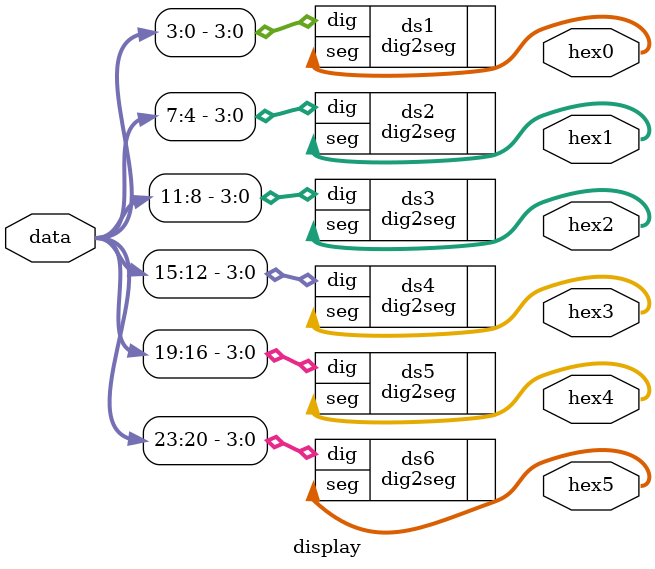
<source format=sv>
module display
(
	input logic [23:0] data,
	output logic [6:0] hex0,
    output logic [6:0] hex1,
    output logic [6:0] hex2,
    output logic [6:0] hex3,
    output logic [6:0] hex4,
    output logic [6:0] hex5
);

	dig2seg ds1 (.dig(data[3:0]), .seg(hex0));
    dig2seg ds2 (.dig(data[7:4]), .seg(hex1));
    dig2seg ds3 (.dig(data[11:8]), .seg(hex2));
    dig2seg ds4 (.dig(data[15:12]), .seg(hex3));
    dig2seg ds5 (.dig(data[19:16]), .seg(hex4));
    dig2seg ds6 (.dig(data[23:20]), .seg(hex5));

endmodule: display
</source>
